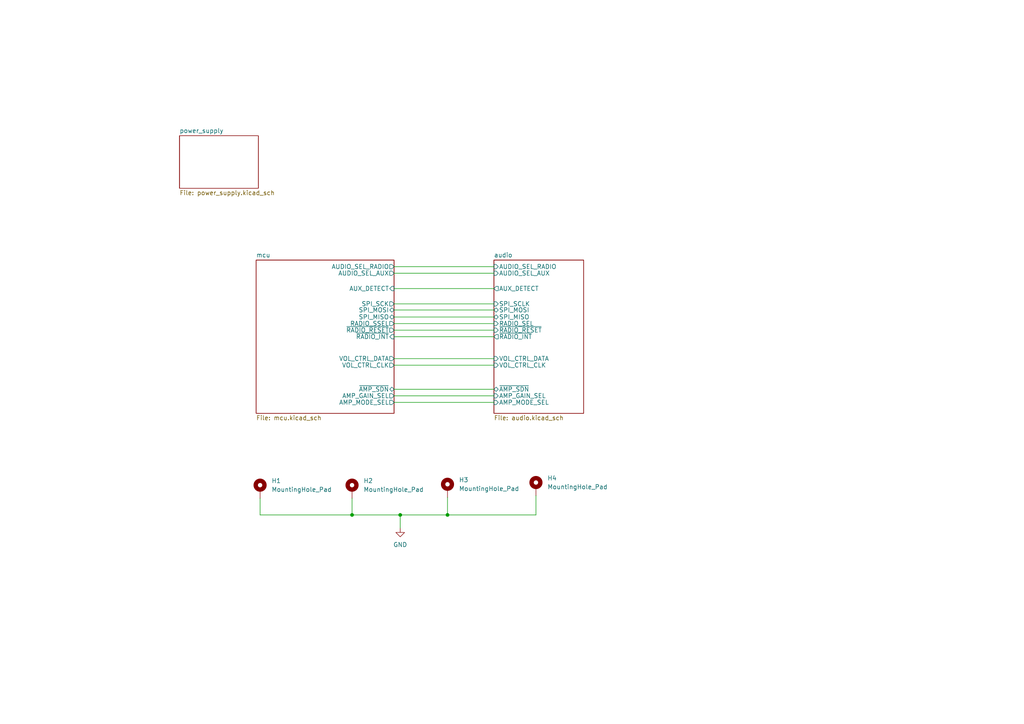
<source format=kicad_sch>
(kicad_sch (version 20230121) (generator eeschema)
  (paper "A4")
  (lib_symbols
    (symbol "Mechanical:MountingHole_Pad" (pin_numbers hide) (pin_names (offset 1.016) hide)
      (property "Reference" "H" (at 0 6.35 0))
      (property "Value" "MountingHole_Pad" (at 0 4.445 0))
      (symbol "MountingHole_Pad_0_1"
        (circle (center 0 1.27) (radius 1.27) (stroke (width 1.27)))
      )
      (symbol "MountingHole_Pad_1_1"
        (pin input line (at 0 -2.54 90) (length 2.54) (name "1") (number "1"))
      )
    )
    (symbol "power:GND" (power) (pin_names (offset 0))
      (property "Value" "GND" (at 0 -3.81 0))
      (symbol "GND_0_1"
        (polyline (pts (xy 0 0) (xy 0 -1.27) (xy 1.27 -1.27) (xy 0 -2.54) (xy -1.27 -1.27) (xy 0 -1.27)))
      )
      (symbol "GND_1_1"
        (pin power_in line (at 0 0 270) (length 0) hide (name "GND") (number "1"))
      )
    )
  )
  (junction (at 116.078 149.352))
  (junction (at 102.108 149.352))
  (junction (at 129.794 149.352))
  (wire (pts (xy 116.078 149.352) (xy 129.794 149.352)))
  (wire (pts (xy 114.3 91.948) (xy 143.256 91.948)))
  (wire (pts (xy 114.3 105.918) (xy 143.256 105.918)))
  (wire (pts (xy 114.3 112.903) (xy 143.256 112.903)))
  (wire (pts (xy 114.3 89.916) (xy 143.256 89.916)))
  (wire (pts (xy 114.3 104.013) (xy 143.256 104.013)))
  (wire (pts (xy 114.3 116.713) (xy 143.256 116.713)))
  (wire (pts (xy 129.794 144.272) (xy 129.794 149.352)))
  (wire (pts (xy 114.3 95.758) (xy 143.256 95.758)))
  (wire (pts (xy 114.3 114.808) (xy 143.256 114.808)))
  (wire (pts (xy 114.3 77.343) (xy 143.256 77.343)))
  (wire (pts (xy 155.448 143.764) (xy 155.448 149.352)))
  (wire (pts (xy 114.3 93.853) (xy 143.256 93.853)))
  (wire (pts (xy 114.3 97.663) (xy 143.256 97.663)))
  (wire (pts (xy 116.078 149.352) (xy 116.078 153.162)))
  (wire (pts (xy 114.3 83.693) (xy 143.256 83.693)))
  (wire (pts (xy 155.448 149.352) (xy 129.794 149.352)))
  (wire (pts (xy 114.3 88.138) (xy 143.256 88.138)))
  (wire (pts (xy 114.3 79.248) (xy 143.256 79.248)))
  (wire (pts (xy 75.438 144.526) (xy 75.438 149.352)))
  (wire (pts (xy 102.108 144.526) (xy 102.108 149.352)))
  (wire (pts (xy 102.108 149.352) (xy 116.078 149.352)))
  (wire (pts (xy 75.438 149.352) (xy 102.108 149.352)))
  (symbol (lib_id "power:GND") (at 116.078 153.162 0) (unit 1)
    (property "Reference" "#PWR099" (effects hide))
    (property "Value" "GND" (at 116.078 157.988 0))
  )
  (symbol (lib_id "Mechanical:MountingHole_Pad") (at 155.448 141.224 0) (unit 1)
    (property "Reference" "H4" (at 158.75 138.684 0) (effects (justify left)))
    (property "Value" "MountingHole_Pad" (at 158.75 141.224 0) (effects (justify left)))
    (property "Footprint" "MountingHole:MountingHole_3.2mm_M3_Pad_Via" (effects hide))
  )
  (symbol (lib_id "Mechanical:MountingHole_Pad") (at 129.794 141.732 0) (unit 1)
    (property "Reference" "H3" (at 133.096 139.192 0) (effects (justify left)))
    (property "Value" "MountingHole_Pad" (at 133.096 141.732 0) (effects (justify left)))
    (property "Footprint" "MountingHole:MountingHole_3.2mm_M3_Pad_Via" (effects hide))
  )
  (symbol (lib_id "Mechanical:MountingHole_Pad") (at 102.108 141.986 0) (unit 1)
    (property "Reference" "H2" (at 105.41 139.446 0) (effects (justify left)))
    (property "Value" "MountingHole_Pad" (at 105.41 141.986 0) (effects (justify left)))
    (property "Footprint" "MountingHole:MountingHole_3.2mm_M3_Pad_Via" (effects hide))
  )
  (symbol (lib_id "Mechanical:MountingHole_Pad") (at 75.438 141.986 0) (unit 1)
    (property "Reference" "H1" (at 78.74 139.446 0) (effects (justify left)))
    (property "Value" "MountingHole_Pad" (at 78.74 141.986 0) (effects (justify left)))
    (property "Footprint" "MountingHole:MountingHole_3.2mm_M3_Pad_Via" (effects hide))
  )
  (sheet (at 52.07 39.37) (size 22.86 15.24) (stroke (width 0.1524))
    (property "Sheetname" "power_supply" (at 52.07 38.6584 0) (effects (justify left bottom)))
    (property "Sheetfile" "power_supply.kicad_sch" (at 52.07 55.1946 0) (effects (justify left top)))
  )
  (sheet (at 74.295 75.438) (size 40.005 44.45) (stroke (width 0.1524))
    (property "Sheetname" "mcu" (at 74.295 74.7264 0) (effects (justify left bottom)))
    (property "Sheetfile" "mcu.kicad_sch" (at 74.295 120.4726 0) (effects (justify left top)))
    (pin "VOL_CTRL_CLK" output (at 114.3 105.918 0))
    (pin "AMP_GAIN_SEL" output (at 114.3 114.808 0))
    (pin "~{AMP_SDN}" bidirectional (at 114.3 112.903 0))
    (pin "AMP_MODE_SEL" output (at 114.3 116.713 0))
    (pin "AUX_DETECT" input (at 114.3 83.693 0))
    (pin "AUDIO_SEL_RADIO" output (at 114.3 77.343 0))
    (pin "AUDIO_SEL_AUX" output (at 114.3 79.248 0))
    (pin "SPI_MOSI" bidirectional (at 114.3 89.916 0))
    (pin "SPI_SCK" output (at 114.3 88.138 0))
    (pin "SPI_MISO" bidirectional (at 114.3 91.948 0))
    (pin "RADIO_SSEL" output (at 114.3 93.853 0))
    (pin "~{RADIO_INT}" input (at 114.3 97.663 0))
    (pin "~{RADIO_RESET}" output (at 114.3 95.758 0))
    (pin "VOL_CTRL_DATA" output (at 114.3 104.013 0))
  )
  (sheet (at 143.256 75.438) (size 26.035 44.45) (stroke (width 0.1524))
    (property "Sheetname" "audio" (at 143.256 74.7264 0) (effects (justify left bottom)))
    (property "Sheetfile" "audio.kicad_sch" (at 143.256 120.4726 0) (effects (justify left top)))
    (pin "VOL_CTRL_DATA" input (at 143.256 104.013 180))
    (pin "~{AMP_SDN}" bidirectional (at 143.256 112.903 180))
    (pin "AMP_GAIN_SEL" input (at 143.256 114.808 180))
    (pin "AMP_MODE_SEL" input (at 143.256 116.713 180))
    (pin "VOL_CTRL_CLK" input (at 143.256 105.918 180))
    (pin "AUX_DETECT" output (at 143.256 83.693 180))
    (pin "~{RADIO_RESET}" input (at 143.256 95.758 180))
    (pin "~{RADIO_INT}" output (at 143.256 97.663 180))
    (pin "RADIO_SEL" input (at 143.256 93.853 180))
    (pin "AUDIO_SEL_AUX" input (at 143.256 79.248 180))
    (pin "AUDIO_SEL_RADIO" input (at 143.256 77.343 180))
    (pin "SPI_MISO" bidirectional (at 143.256 91.948 180))
    (pin "SPI_SCLK" input (at 143.256 88.138 180))
    (pin "SPI_MOSI" bidirectional (at 143.256 89.916 180))
  )
)
</source>
